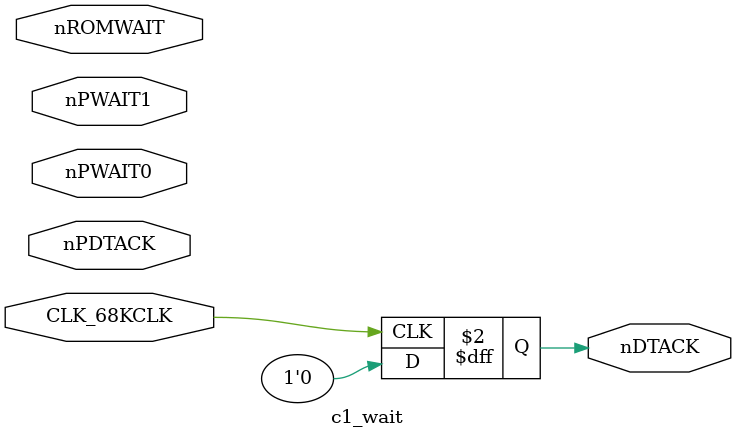
<source format=v>
`timescale 10ns/10ns

module c1_wait(
	input CLK_68KCLK,
	input nROMWAIT, nPWAIT0, nPWAIT1, nPDTACK,
	output reg nDTACK
);

	reg [2:0] WAIT_CNT;

	// Wait cycle gen
	always @(posedge CLK_68KCLK)
	begin
		nDTACK <= 0;	// TODO
	end
	
endmodule

</source>
